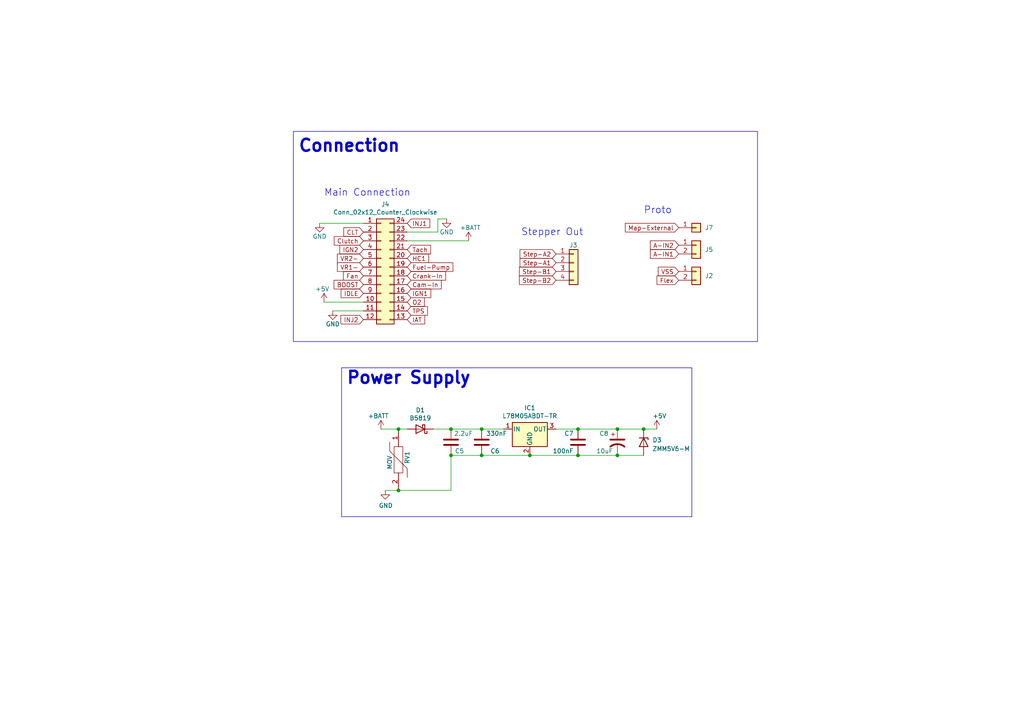
<source format=kicad_sch>
(kicad_sch (version 20231120) (generator "eeschema") (generator_version "8.0")
  (paper "A4")
  (title_block (title "Pre-Ignition X2") (date "2023-06-15") (rev "B") (company "DetonationEMS"))
  (lib_symbols
    (symbol "Connector_Generic:Conn_01x01" (pin_names (offset 1.016) hide)
      (property "Reference" "J" (at 0 2.54 0))
      (property "Value" "Conn_01x01" (at 0 -2.54 0))
      (symbol "Conn_01x01_1_1"
        (rectangle (start -1.27 0.127) (end 0 -0.127) (stroke (width 0.1524)))
        (rectangle (start -1.27 1.27) (end 1.27 -1.27) (stroke (width 0.254)) (fill (type background)))
        (pin passive line (at -5.08 0 0) (length 3.81) (name "Pin_1") (number "1"))
      )
    )
    (symbol "Connector_Generic:Conn_01x02" (pin_names (offset 1.016) hide)
      (property "Reference" "J" (at 0 2.54 0))
      (property "Value" "Conn_01x02" (at 0 -5.08 0))
      (symbol "Conn_01x02_1_1"
        (rectangle (start -1.27 -2.413) (end 0 -2.667) (stroke (width 0.1524)))
        (rectangle (start -1.27 0.127) (end 0 -0.127) (stroke (width 0.1524)))
        (rectangle (start -1.27 1.27) (end 1.27 -3.81) (stroke (width 0.254)) (fill (type background)))
        (pin passive line (at -5.08 0 0) (length 3.81) (name "Pin_1") (number "1"))
        (pin passive line (at -5.08 -2.54 0) (length 3.81) (name "Pin_2") (number "2"))
      )
    )
    (symbol "Connector_Generic:Conn_01x04" (pin_names (offset 1.016) hide)
      (property "Reference" "J" (at 0 5.08 0))
      (property "Value" "Conn_01x04" (at 0 -7.62 0))
      (symbol "Conn_01x04_1_1"
        (rectangle (start -1.27 -4.953) (end 0 -5.207) (stroke (width 0.1524)))
        (rectangle (start -1.27 -2.413) (end 0 -2.667) (stroke (width 0.1524)))
        (rectangle (start -1.27 0.127) (end 0 -0.127) (stroke (width 0.1524)))
        (rectangle (start -1.27 2.667) (end 0 2.413) (stroke (width 0.1524)))
        (rectangle (start -1.27 3.81) (end 1.27 -6.35) (stroke (width 0.254)) (fill (type background)))
        (pin passive line (at -5.08 2.54 0) (length 3.81) (name "Pin_1") (number "1"))
        (pin passive line (at -5.08 0 0) (length 3.81) (name "Pin_2") (number "2"))
        (pin passive line (at -5.08 -2.54 0) (length 3.81) (name "Pin_3") (number "3"))
        (pin passive line (at -5.08 -5.08 0) (length 3.81) (name "Pin_4") (number "4"))
      )
    )
    (symbol "Connector_Generic:Conn_02x12_Counter_Clockwise" (pin_names (offset 1.016) hide)
      (property "Reference" "J" (at 1.27 15.24 0))
      (property "Value" "Conn_02x12_Counter_Clockwise" (at 1.27 -17.78 0))
      (symbol "Conn_02x12_Counter_Clockwise_1_1"
        (rectangle (start -1.27 -15.113) (end 0 -15.367) (stroke (width 0.1524)))
        (rectangle (start -1.27 -12.573) (end 0 -12.827) (stroke (width 0.1524)))
        (rectangle (start -1.27 -10.033) (end 0 -10.287) (stroke (width 0.1524)))
        (rectangle (start -1.27 -7.493) (end 0 -7.747) (stroke (width 0.1524)))
        (rectangle (start -1.27 -4.953) (end 0 -5.207) (stroke (width 0.1524)))
        (rectangle (start -1.27 -2.413) (end 0 -2.667) (stroke (width 0.1524)))
        (rectangle (start -1.27 0.127) (end 0 -0.127) (stroke (width 0.1524)))
        (rectangle (start -1.27 2.667) (end 0 2.413) (stroke (width 0.1524)))
        (rectangle (start -1.27 5.207) (end 0 4.953) (stroke (width 0.1524)))
        (rectangle (start -1.27 7.747) (end 0 7.493) (stroke (width 0.1524)))
        (rectangle (start -1.27 10.287) (end 0 10.033) (stroke (width 0.1524)))
        (rectangle (start -1.27 12.827) (end 0 12.573) (stroke (width 0.1524)))
        (rectangle (start -1.27 13.97) (end 3.81 -16.51) (stroke (width 0.254)) (fill (type background)))
        (rectangle (start 3.81 -15.113) (end 2.54 -15.367) (stroke (width 0.1524)))
        (rectangle (start 3.81 -12.573) (end 2.54 -12.827) (stroke (width 0.1524)))
        (rectangle (start 3.81 -10.033) (end 2.54 -10.287) (stroke (width 0.1524)))
        (rectangle (start 3.81 -7.493) (end 2.54 -7.747) (stroke (width 0.1524)))
        (rectangle (start 3.81 -4.953) (end 2.54 -5.207) (stroke (width 0.1524)))
        (rectangle (start 3.81 -2.413) (end 2.54 -2.667) (stroke (width 0.1524)))
        (rectangle (start 3.81 0.127) (end 2.54 -0.127) (stroke (width 0.1524)))
        (rectangle (start 3.81 2.667) (end 2.54 2.413) (stroke (width 0.1524)))
        (rectangle (start 3.81 5.207) (end 2.54 4.953) (stroke (width 0.1524)))
        (rectangle (start 3.81 7.747) (end 2.54 7.493) (stroke (width 0.1524)))
        (rectangle (start 3.81 10.287) (end 2.54 10.033) (stroke (width 0.1524)))
        (rectangle (start 3.81 12.827) (end 2.54 12.573) (stroke (width 0.1524)))
        (pin passive line (at -5.08 12.7 0) (length 3.81) (name "Pin_1") (number "1"))
        (pin passive line (at -5.08 -10.16 0) (length 3.81) (name "Pin_10") (number "10"))
        (pin passive line (at -5.08 -12.7 0) (length 3.81) (name "Pin_11") (number "11"))
        (pin passive line (at -5.08 -15.24 0) (length 3.81) (name "Pin_12") (number "12"))
        (pin passive line (at 7.62 -15.24 180) (length 3.81) (name "Pin_13") (number "13"))
        (pin passive line (at 7.62 -12.7 180) (length 3.81) (name "Pin_14") (number "14"))
        (pin passive line (at 7.62 -10.16 180) (length 3.81) (name "Pin_15") (number "15"))
        (pin passive line (at 7.62 -7.62 180) (length 3.81) (name "Pin_16") (number "16"))
        (pin passive line (at 7.62 -5.08 180) (length 3.81) (name "Pin_17") (number "17"))
        (pin passive line (at 7.62 -2.54 180) (length 3.81) (name "Pin_18") (number "18"))
        (pin passive line (at 7.62 0 180) (length 3.81) (name "Pin_19") (number "19"))
        (pin passive line (at -5.08 10.16 0) (length 3.81) (name "Pin_2") (number "2"))
        (pin passive line (at 7.62 2.54 180) (length 3.81) (name "Pin_20") (number "20"))
        (pin passive line (at 7.62 5.08 180) (length 3.81) (name "Pin_21") (number "21"))
        (pin passive line (at 7.62 7.62 180) (length 3.81) (name "Pin_22") (number "22"))
        (pin passive line (at 7.62 10.16 180) (length 3.81) (name "Pin_23") (number "23"))
        (pin passive line (at 7.62 12.7 180) (length 3.81) (name "Pin_24") (number "24"))
        (pin passive line (at -5.08 7.62 0) (length 3.81) (name "Pin_3") (number "3"))
        (pin passive line (at -5.08 5.08 0) (length 3.81) (name "Pin_4") (number "4"))
        (pin passive line (at -5.08 2.54 0) (length 3.81) (name "Pin_5") (number "5"))
        (pin passive line (at -5.08 0 0) (length 3.81) (name "Pin_6") (number "6"))
        (pin passive line (at -5.08 -2.54 0) (length 3.81) (name "Pin_7") (number "7"))
        (pin passive line (at -5.08 -5.08 0) (length 3.81) (name "Pin_8") (number "8"))
        (pin passive line (at -5.08 -7.62 0) (length 3.81) (name "Pin_9") (number "9"))
      )
    )
    (symbol "Device:C" (pin_numbers hide) (pin_names (offset 0.254))
      (property "Reference" "C" (at 0.635 2.54 0))
      (property "Value" "C" (at 0.635 -2.54 0))
      (symbol "C_0_1"
        (polyline (pts (xy -2.032 -0.762) (xy 2.032 -0.762)) (stroke (width 0.508)))
        (polyline (pts (xy -2.032 0.762) (xy 2.032 0.762)) (stroke (width 0.508)))
      )
      (symbol "C_1_1"
        (pin passive line (at 0 3.81 270) (length 2.794) (name "~") (number "1"))
        (pin passive line (at 0 -3.81 90) (length 2.794) (name "~") (number "2"))
      )
    )
    (symbol "Device:C_Polarized_US" (pin_numbers hide) (pin_names (offset 0.254) hide)
      (property "Reference" "C" (at 0.635 2.54 0))
      (property "Value" "C_Polarized_US" (at 0.635 -2.54 0))
      (symbol "C_Polarized_US_0_1"
        (polyline (pts (xy -2.032 0.762) (xy 2.032 0.762)) (stroke (width 0.508)))
        (polyline (pts (xy -1.778 2.286) (xy -0.762 2.286)))
        (polyline (pts (xy -1.27 1.778) (xy -1.27 2.794)))
        (arc (start 2.032 -1.27) (mid 0 -0.5572) (end -2.032 -1.27) (stroke (width 0.508)))
      )
      (symbol "C_Polarized_US_1_1"
        (pin passive line (at 0 3.81 270) (length 2.794) (name "~") (number "1"))
        (pin passive line (at 0 -3.81 90) (length 3.302) (name "~") (number "2"))
      )
    )
    (symbol "Device:D_Schottky" (pin_numbers hide) (pin_names (offset 1.016) hide)
      (property "Reference" "D" (at 0 2.54 0))
      (property "Value" "D_Schottky" (at 0 -2.54 0))
      (symbol "D_Schottky_0_1"
        (polyline (pts (xy 1.27 0) (xy -1.27 0)))
        (polyline (pts (xy 1.27 1.27) (xy 1.27 -1.27) (xy -1.27 0) (xy 1.27 1.27)) (stroke (width 0.254)))
        (polyline (pts (xy -1.905 0.635) (xy -1.905 1.27) (xy -1.27 1.27) (xy -1.27 -1.27) (xy -0.635 -1.27) (xy -0.635 -0.635)) (stroke (width 0.254)))
      )
      (symbol "D_Schottky_1_1"
        (pin passive line (at -3.81 0 0) (length 2.54) (name "K") (number "1"))
        (pin passive line (at 3.81 0 180) (length 2.54) (name "A") (number "2"))
      )
    )
    (symbol "Diode:ZMMxx" (pin_numbers hide) (pin_names hide)
      (property "Reference" "D" (at 0 2.54 0))
      (property "Value" "ZMMxx" (at 0 -2.54 0))
      (symbol "ZMMxx_0_1"
        (polyline (pts (xy 1.27 0) (xy -1.27 0)))
        (polyline (pts (xy -1.27 -1.27) (xy -1.27 1.27) (xy -0.762 1.27)) (stroke (width 0.254)))
        (polyline (pts (xy 1.27 -1.27) (xy 1.27 1.27) (xy -1.27 0) (xy 1.27 -1.27)) (stroke (width 0.254)))
      )
      (symbol "ZMMxx_1_1"
        (pin passive line (at -3.81 0 0) (length 2.54) (name "K") (number "1"))
        (pin passive line (at 3.81 0 180) (length 2.54) (name "A") (number "2"))
      )
    )
    (symbol "Pre_Ignition-rescue:MOV-14D220K-mov-1.0.0.0.0-rescue-Pre_Ignition-rescue-Pre_Ignition-rescue-Pre_Ignition-rescue-Pre_Ignition-rescue" (pin_names (offset 0.762))
      (property "Reference" "RV" (at 13.97 6.35 0))
      (property "Value" "Pre_Ignition-rescue_MOV-14D220K-mov-1.0.0.0.0-rescue-Pre_Ignition-rescue-Pre_Ignition-rescue-Pre_Ignition-rescue" (at 13.97 3.81 0))
      (symbol "MOV-14D220K-mov-1.0.0.0.0-rescue-Pre_Ignition-rescue-Pre_Ignition-rescue-Pre_Ignition-rescue-Pre_Ignition-rescue_0_0"
        (pin passive line (at 0 0 0) (length 5.08) (name "~") (number "1"))
        (pin passive line (at 17.78 0 180) (length 5.08) (name "~") (number "2"))
      )
      (symbol "MOV-14D220K-mov-1.0.0.0.0-rescue-Pre_Ignition-rescue-Pre_Ignition-rescue-Pre_Ignition-rescue-Pre_Ignition-rescue_0_1"
        (polyline (pts (xy 3.81 -2.54) (xy 6.35 -2.54) (xy 11.43 2.54) (xy 13.97 2.54)) (stroke (width 0.1524)))
        (polyline (pts (xy 5.08 1.27) (xy 12.7 1.27) (xy 12.7 -1.27) (xy 5.08 -1.27) (xy 5.08 1.27)) (stroke (width 0.1524)))
      )
    )
    (symbol "Regulator_Linear:L7805" (pin_names (offset 0.254))
      (property "Reference" "U" (at -3.81 3.175 0))
      (property "Value" "L7805" (at 0 3.175 0))
      (symbol "L7805_0_1"
        (rectangle (start -5.08 1.905) (end 5.08 -5.08) (stroke (width 0.254)) (fill (type background)))
      )
      (symbol "L7805_1_1"
        (pin power_in line (at -7.62 0 0) (length 2.54) (name "IN") (number "1"))
        (pin power_in line (at 0 -7.62 90) (length 2.54) (name "GND") (number "2"))
        (pin power_out line (at 7.62 0 180) (length 2.54) (name "OUT") (number "3"))
      )
    )
    (symbol "power:+5V" (power) (pin_names (offset 0))
      (property "Value" "+5V" (at 0 3.556 0))
      (symbol "+5V_0_1"
        (polyline (pts (xy -0.762 1.27) (xy 0 2.54)))
        (polyline (pts (xy 0 0) (xy 0 2.54)))
        (polyline (pts (xy 0 2.54) (xy 0.762 1.27)))
      )
      (symbol "+5V_1_1"
        (pin power_in line (at 0 0 90) (length 0) hide (name "+5V") (number "1"))
      )
    )
    (symbol "power:+BATT" (power) (pin_names (offset 0))
      (property "Value" "+BATT" (at 0 3.556 0))
      (symbol "+BATT_0_1"
        (polyline (pts (xy -0.762 1.27) (xy 0 2.54)))
        (polyline (pts (xy 0 0) (xy 0 2.54)))
        (polyline (pts (xy 0 2.54) (xy 0.762 1.27)))
      )
      (symbol "+BATT_1_1"
        (pin power_in line (at 0 0 90) (length 0) hide (name "+BATT") (number "1"))
      )
    )
    (symbol "power:GND" (power) (pin_names (offset 0))
      (property "Value" "GND" (at 0 -3.81 0))
      (symbol "GND_0_1"
        (polyline (pts (xy 0 0) (xy 0 -1.27) (xy 1.27 -1.27) (xy 0 -2.54) (xy -1.27 -1.27) (xy 0 -1.27)))
      )
      (symbol "GND_1_1"
        (pin power_in line (at 0 0 270) (length 0) hide (name "GND") (number "1"))
      )
    )
  )
  (junction (at 130.81 132.08))
  (junction (at 115.57 124.46))
  (junction (at 167.64 124.46))
  (junction (at 153.67 132.08))
  (junction (at 186.69 124.46))
  (junction (at 139.7 132.08))
  (junction (at 179.07 132.08))
  (junction (at 139.7 124.46))
  (junction (at 130.81 124.46))
  (junction (at 167.64 132.08))
  (junction (at 179.07 124.46))
  (junction (at 115.57 142.24))
  (wire (pts (xy 110.49 124.46) (xy 115.57 124.46)))
  (wire (pts (xy 111.76 142.24) (xy 115.57 142.24)))
  (wire (pts (xy 127 63.5) (xy 127 67.31)))
  (wire (pts (xy 179.07 124.46) (xy 186.69 124.46)))
  (wire (pts (xy 167.64 124.46) (xy 179.07 124.46)))
  (wire (pts (xy 115.57 124.46) (xy 118.11 124.46)))
  (wire (pts (xy 186.69 124.46) (xy 190.5 124.46)))
  (wire (pts (xy 139.7 132.08) (xy 153.67 132.08)))
  (wire (pts (xy 115.57 142.24) (xy 130.81 142.24)))
  (wire (pts (xy 167.64 132.08) (xy 179.07 132.08)))
  (wire (pts (xy 130.81 142.24) (xy 130.81 132.08)))
  (wire (pts (xy 129.54 63.5) (xy 127 63.5)))
  (wire (pts (xy 93.98 87.63) (xy 105.41 87.63)))
  (wire (pts (xy 127 67.31) (xy 118.11 67.31)))
  (wire (pts (xy 161.29 124.46) (xy 167.64 124.46)))
  (wire (pts (xy 179.07 132.08) (xy 186.69 132.08)))
  (wire (pts (xy 139.7 124.46) (xy 146.05 124.46)))
  (wire (pts (xy 92.71 64.77) (xy 105.41 64.77)))
  (wire (pts (xy 130.81 124.46) (xy 139.7 124.46)))
  (polyline (pts (xy 99.06 149.86) (xy 200.66 149.86)))
  (polyline (pts (xy 99.06 149.86) (xy 99.06 106.68)))
  (wire (pts (xy 96.52 90.17) (xy 105.41 90.17)))
  (wire (pts (xy 135.89 69.85) (xy 118.11 69.85)))
  (wire (pts (xy 153.67 132.08) (xy 167.64 132.08)))
  (polyline (pts (xy 200.66 106.68) (xy 200.66 149.86)))
  (polyline (pts (xy 99.06 106.68) (xy 200.66 106.68)))
  (wire (pts (xy 125.73 124.46) (xy 130.81 124.46)))
  (wire (pts (xy 130.81 132.08) (xy 139.7 132.08)))
  (rectangle (start 85.09 38.1) (end 219.71 99.06))
  (text "Main Connection" (at 93.98 57.15 0) (effects (font (size 2 2)) (justify left bottom)))
  (text "Connection" (at 86.36 44.45 0) (effects (font (size 3.5 3.5) (thickness 0.7) (bold yes)) (justify left bottom)))
  (text "Power Supply" (at 100.33 111.76 0) (effects (font (size 3.5 3.5) (thickness 0.7) (bold yes)) (justify left bottom)))
  (text "Proto" (at 186.69 62.23 0) (effects (font (size 2.0066 2.0066)) (justify left bottom)))
  (text "Stepper Out" (at 151.13 68.58 0) (effects (font (size 2 2)) (justify left bottom)))
  (global_label "Fan" (shape input) (at 105.41 80.01 180) (property "Intersheetrefs" "${INTERSHEET_REFS}" (effects (hide yes))))
  (global_label "Crank-In" (shape input) (at 118.11 80.01 0) (property "Intersheetrefs" "${INTERSHEET_REFS}" (effects (hide yes))))
  (global_label "Fuel-Pump" (shape input) (at 118.11 77.47 0) (property "Intersheetrefs" "${INTERSHEET_REFS}" (effects (hide yes))))
  (global_label "Step-A1" (shape input) (at 161.29 76.2 180) (property "Intersheetrefs" "${INTERSHEET_REFS}" (effects (hide yes))))
  (global_label "Map-External" (shape input) (at 196.85 66.04 180) (property "Intersheetrefs" "${INTERSHEET_REFS}" (effects (hide yes))))
  (global_label "A-IN2" (shape input) (at 196.85 71.12 180) (property "Intersheetrefs" "${INTERSHEET_REFS}" (effects (hide yes))))
  (global_label "Flex" (shape input) (at 196.85 81.28 180) (property "Intersheetrefs" "${INTERSHEET_REFS}" (effects (hide yes))))
  (global_label "Step-B2" (shape input) (at 161.29 81.28 180) (property "Intersheetrefs" "${INTERSHEET_REFS}" (effects (hide yes))))
  (global_label "Clutch" (shape input) (at 105.41 69.85 180) (property "Intersheetrefs" "${INTERSHEET_REFS}" (effects (hide yes))))
  (global_label "IGN2" (shape input) (at 105.41 72.39 180) (property "Intersheetrefs" "${INTERSHEET_REFS}" (effects (hide yes))))
  (global_label "BOOST" (shape input) (at 105.41 82.55 180) (property "Intersheetrefs" "${INTERSHEET_REFS}" (effects (hide yes))))
  (global_label "VR1-" (shape input) (at 105.41 77.47 180) (property "Intersheetrefs" "${INTERSHEET_REFS}" (effects (hide yes))))
  (global_label "VR2-" (shape input) (at 105.41 74.93 180) (property "Intersheetrefs" "${INTERSHEET_REFS}" (effects (hide yes))))
  (global_label "CLT" (shape input) (at 105.41 67.31 180) (property "Intersheetrefs" "${INTERSHEET_REFS}" (effects (hide yes))))
  (global_label "TPS" (shape input) (at 118.11 90.17 0) (property "Intersheetrefs" "${INTERSHEET_REFS}" (effects (hide yes))))
  (global_label "Step-A2" (shape input) (at 161.29 73.66 180) (property "Intersheetrefs" "${INTERSHEET_REFS}" (effects (hide yes))))
  (global_label "INJ1" (shape input) (at 118.11 64.77 0) (property "Intersheetrefs" "${INTERSHEET_REFS}" (effects (hide yes))))
  (global_label "IAT" (shape input) (at 118.11 92.71 0) (property "Intersheetrefs" "${INTERSHEET_REFS}" (effects (hide yes))))
  (global_label "IDLE" (shape input) (at 105.41 85.09 180) (property "Intersheetrefs" "${INTERSHEET_REFS}" (effects (hide yes))))
  (global_label "A-IN1" (shape input) (at 196.85 73.66 180) (property "Intersheetrefs" "${INTERSHEET_REFS}" (effects (hide yes))))
  (global_label "O2" (shape input) (at 118.11 87.63 0) (property "Intersheetrefs" "${INTERSHEET_REFS}" (effects (hide yes))))
  (global_label "Tach" (shape input) (at 118.11 72.39 0) (property "Intersheetrefs" "${INTERSHEET_REFS}" (effects (hide yes))))
  (global_label "VSS" (shape input) (at 196.85 78.74 180) (property "Intersheetrefs" "${INTERSHEET_REFS}" (effects (hide yes))))
  (global_label "HC1" (shape input) (at 118.11 74.93 0) (property "Intersheetrefs" "${INTERSHEET_REFS}" (effects (hide yes))))
  (global_label "Step-B1" (shape input) (at 161.29 78.74 180) (property "Intersheetrefs" "${INTERSHEET_REFS}" (effects (hide yes))))
  (global_label "IGN1" (shape input) (at 118.11 85.09 0) (property "Intersheetrefs" "${INTERSHEET_REFS}" (effects (hide yes))))
  (global_label "Cam-In" (shape input) (at 118.11 82.55 0) (property "Intersheetrefs" "${INTERSHEET_REFS}" (effects (hide yes))))
  (global_label "INJ2" (shape input) (at 105.41 92.71 180) (property "Intersheetrefs" "${INTERSHEET_REFS}" (effects (hide yes))))
  (symbol (lib_id "Device:C_Polarized_US") (at 179.07 128.27 0) (unit 1)
    (property "Reference" "C8" (at 176.53 125.73 0) (effects (justify right)))
    (property "Value" "10uF" (at 177.8 130.81 0) (effects (justify right)))
    (property "Footprint" "Capacitor_Tantalum_SMD:CP_EIA-3216-18_Kemet-A" (effects (hide yes)))
    (property "LCSC" "C7171" (effects (hide yes)))
    (property "Manufacture Part Number" "TAJA106K016RNJ" (effects (hide yes)))
  )
  (symbol (lib_id "power:GND") (at 129.54 63.5 0) (unit 1)
    (property "Reference" "#PWR021" (effects (hide yes)))
    (property "Value" "GND" (at 129.54 67.31 0))
  )
  (symbol (lib_id "Connector_Generic:Conn_02x12_Counter_Clockwise") (at 110.49 77.47 0) (unit 1)
    (property "Reference" "J4" (at 111.76 59.2582 0))
    (property "Value" "Conn_02x12_Counter_Clockwise" (at 111.76 61.5696 0))
    (property "Footprint" "Connector_Molex:Molex_Micro-Fit_3.0_43045-2400_2x12_P3.00mm_Horizontal" (effects (hide yes)))
  )
  (symbol (lib_id "power:GND") (at 111.76 142.24 0) (unit 1)
    (property "Reference" "#PWR023" (effects (hide yes)))
    (property "Value" "GND" (at 111.887 146.6342 0))
  )
  (symbol (lib_id "Regulator_Linear:L7805") (at 153.67 124.46 0) (unit 1)
    (property "Reference" "IC1" (at 153.67 118.3132 0))
    (property "Value" "L78M05ABDT-TR" (at 153.67 120.65 0))
    (property "Footprint" "Detonation:TO-252-2-Thermal" (effects (hide yes)))
    (property "Manufacturer_Part_Number" "L78M05ABDT-TR" (effects (hide yes)))
    (property "LCSC" "C58069" (effects (hide yes)))
  )
  (symbol (lib_id "power:+5V") (at 93.98 87.63 0) (unit 1)
    (property "Reference" "#PWR019" (effects (hide yes)))
    (property "Value" "+5V" (at 91.44 83.82 0) (effects (justify left)))
  )
  (symbol (lib_id "Connector_Generic:Conn_01x01") (at 201.93 66.04 0) (unit 1)
    (property "Reference" "J7" (at 204.47 66.04 0) (effects (justify left)))
    (property "Value" "Conn_01x04" (effects (hide yes)))
    (property "Footprint" "Detonation:1x1-GPIO" (effects (hide yes)))
  )
  (symbol (lib_id "Diode:ZMMxx") (at 186.69 128.27 270) (unit 1)
    (property "Reference" "D3" (at 189.23 127.635 90) (effects (justify left)))
    (property "Value" "ZMM5V6-M" (at 189.23 130.175 90) (effects (justify left)))
    (property "Footprint" "Diode_SMD:D_MiniMELF" (effects (hide yes)))
    (property "Datasheet" "https://diotec.com/tl_files/diotec/files/pdf/datasheets/zmm1.pdf" (effects (hide yes)))
    (property "LCSC" "C8062" (effects (hide yes)))
  )
  (symbol (lib_id "Connector_Generic:Conn_01x02") (at 201.93 71.12 0) (unit 1)
    (property "Reference" "J5" (at 204.47 72.39 0) (effects (justify left)))
    (property "Value" "Conn_01x04" (effects (hide yes)))
    (property "Footprint" "Detonation:1x02-Proto" (effects (hide yes)))
  )
  (symbol (lib_id "power:GND") (at 92.71 64.77 0) (unit 1)
    (property "Reference" "#PWR016" (effects (hide yes)))
    (property "Value" "GND" (at 92.71 68.58 0))
  )
  (symbol (lib_id "power:+BATT") (at 135.89 69.85 0) (unit 1)
    (property "Reference" "#PWR022" (effects (hide yes)))
    (property "Value" "+BATT" (at 133.35 66.04 0) (effects (justify left)))
  )
  (symbol (lib_id "Connector_Generic:Conn_01x02") (at 201.93 78.74 0) (unit 1)
    (property "Reference" "J2" (at 204.47 80.01 0) (effects (justify left)))
    (property "Value" "Conn_01x04" (effects (hide yes)))
    (property "Footprint" "Detonation:1x02-Proto" (effects (hide yes)))
  )
  (symbol (lib_id "Device:C") (at 167.64 128.27 0) (unit 1)
    (property "Reference" "C7" (at 166.37 125.73 0) (effects (justify right)))
    (property "Value" "100nF" (at 166.37 130.81 0) (effects (justify right)))
    (property "Footprint" "Capacitor_SMD:C_0603_1608Metric" (effects (hide yes)))
    (property "LCSC" "C14663" (effects (hide yes)))
  )
  (symbol (lib_id "Connector_Generic:Conn_01x04") (at 166.37 76.2 0) (unit 1)
    (property "Reference" "J3" (at 165.1 71.12 0) (effects (justify left)))
    (property "Value" "Conn_01x04" (effects (hide yes)))
    (property "Footprint" "Misc:1X4-PROTO" (effects (hide yes)))
  )
  (symbol (lib_id "Device:C") (at 139.7 128.27 180) (unit 1)
    (property "Reference" "C6" (at 142.24 130.81 0) (effects (justify right)))
    (property "Value" "330nF" (at 140.97 125.73 0) (effects (justify right)))
    (property "Footprint" "Capacitor_SMD:C_0603_1608Metric" (effects (hide yes)))
    (property "LCSC" "C1615" (effects (hide yes)))
  )
  (symbol (lib_id "power:+BATT") (at 110.49 124.46 0) (unit 1)
    (property "Reference" "#PWR01" (effects (hide yes)))
    (property "Value" "+BATT" (at 106.68 120.65 0) (effects (justify left)))
  )
  (symbol (lib_id "Device:C") (at 130.81 128.27 0) (unit 1)
    (property "Reference" "C5" (at 134.62 130.81 0) (effects (justify right)))
    (property "Value" "2.2uF" (at 137.16 125.73 0) (effects (justify right)))
    (property "Footprint" "Capacitor_SMD:C_1206_3216Metric" (effects (hide yes)))
    (property "Manufacture Part Number" "CL31B225KBHNNNE" (effects (hide yes)))
    (property "LCSC" "C50254" (effects (hide yes)))
  )
  (symbol (lib_id "Pre_Ignition-rescue:MOV-14D220K-mov-1.0.0.0.0-rescue-Pre_Ignition-rescue-Pre_Ignition-rescue-Pre_Ignition-rescue-Pre_Ignition-rescue") (at 115.57 124.46 270) (unit 1)
    (property "Reference" "RV1" (at 118.11 130.81 0) (effects (justify left)))
    (property "Value" "MOV" (at 113.03 132.08 0) (effects (justify left)))
    (property "Footprint" "Detonation:MOV07D220KTR" (effects (hide yes)))
    (property "Description" "Varistors 22volts 14mm" (effects (hide yes)))
    (property "Arrow Part Number" "MOV-14D220K" (effects (hide yes)))
    (property "Arrow Price/Stock" "https://www.arrow.com/en/products/mov-14d220k/bourns" (effects (hide yes)))
    (property "Height" "20" (effects (hide yes)))
    (property "Manufacturer_Name" "Bourns" (effects (hide yes)))
    (property "Manufacturer_Part_Number" "MOV-14D220K" (effects (hide yes)))
    (property "Mouser Part Number" "652-MOV-14D220K" (effects (hide yes)))
    (property "Mouser Price/Stock" "https://www.mouser.com/Search/Refine.aspx?Keyword=652-MOV-14D220K" (effects (hide yes)))
  )
  (symbol (lib_id "power:+5V") (at 190.5 124.46 0) (unit 1)
    (property "Reference" "#PWR024" (effects (hide yes)))
    (property "Value" "+5V" (at 189.23 120.65 0) (effects (justify left)))
  )
  (symbol (lib_id "Device:D_Schottky") (at 121.92 124.46 180) (unit 1)
    (property "Reference" "D1" (at 121.92 118.9482 0))
    (property "Value" "B5819" (at 121.92 121.2596 0))
    (property "Footprint" "Diode_SMD:D_SOD-123" (effects (hide yes)))
    (property "LCSC" "C8598" (effects (hide yes)))
  )
  (symbol (lib_id "power:GND") (at 96.52 90.17 0) (unit 1)
    (property "Reference" "#PWR020" (effects (hide yes)))
    (property "Value" "GND" (at 96.52 93.98 0))
  )
)
</source>
